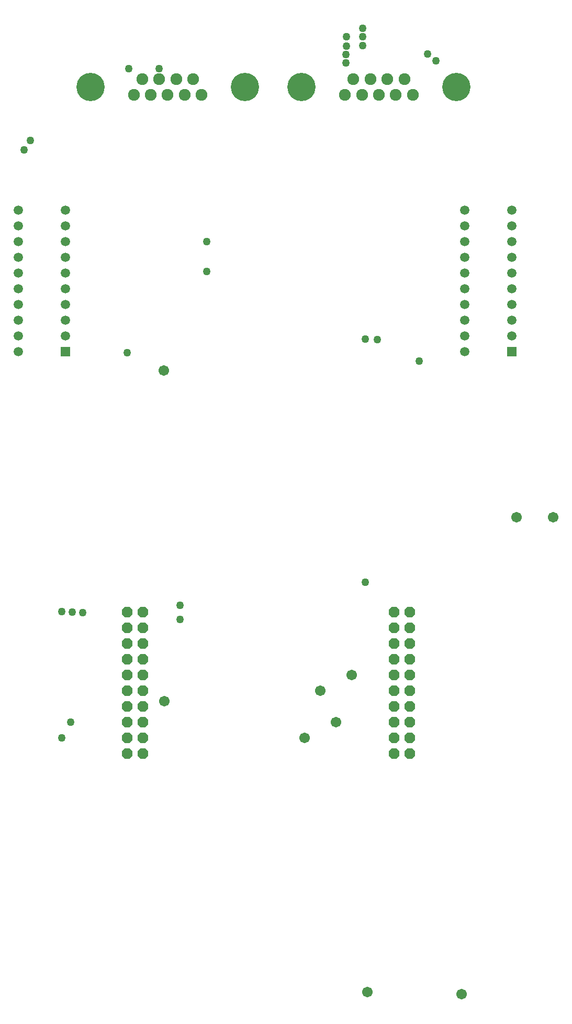
<source format=gbr>
G04 EAGLE Gerber RS-274X export*
G75*
%MOMM*%
%FSLAX34Y34*%
%LPD*%
%INSoldermask Bottom*%
%IPPOS*%
%AMOC8*
5,1,8,0,0,1.08239X$1,22.5*%
G01*
%ADD10P,1.852186X8X292.500000*%
%ADD11R,1.498600X1.498600*%
%ADD12C,1.498600*%
%ADD13C,1.917700*%
%ADD14C,4.572000*%
%ADD15C,1.259600*%
%ADD16C,1.703200*%


D10*
X-234950Y-41910D03*
X-260350Y-41910D03*
X-234950Y-67310D03*
X-260350Y-67310D03*
X-234950Y-92710D03*
X-260350Y-92710D03*
X-234950Y-118110D03*
X-260350Y-118110D03*
X-234950Y-143510D03*
X-260350Y-143510D03*
X-234950Y-168910D03*
X-260350Y-168910D03*
X-234950Y-194310D03*
X-260350Y-194310D03*
X-234950Y-219710D03*
X-260350Y-219710D03*
X-234950Y-245110D03*
X-260350Y-245110D03*
X-234950Y-270510D03*
X-260350Y-270510D03*
X196850Y-41910D03*
X171450Y-41910D03*
X196850Y-67310D03*
X171450Y-67310D03*
X196850Y-92710D03*
X171450Y-92710D03*
X196850Y-118110D03*
X171450Y-118110D03*
X196850Y-143510D03*
X171450Y-143510D03*
X196850Y-168910D03*
X171450Y-168910D03*
X196850Y-194310D03*
X171450Y-194310D03*
X196850Y-219710D03*
X171450Y-219710D03*
X196850Y-245110D03*
X171450Y-245110D03*
X196850Y-270510D03*
X171450Y-270510D03*
D11*
X-360363Y379095D03*
D12*
X-360363Y404495D03*
X-360363Y429895D03*
X-360363Y455295D03*
X-360363Y480695D03*
X-360363Y506095D03*
X-360363Y531495D03*
X-360363Y556895D03*
X-360363Y582295D03*
X-360363Y607695D03*
X-436563Y607695D03*
X-436563Y582295D03*
X-436563Y556895D03*
X-436563Y531495D03*
X-436563Y506095D03*
X-436563Y480695D03*
X-436563Y455295D03*
X-436563Y429895D03*
X-436563Y404495D03*
X-436563Y379095D03*
D11*
X362268Y379095D03*
D12*
X362268Y404495D03*
X362268Y429895D03*
X362268Y455295D03*
X362268Y480695D03*
X362268Y506095D03*
X362268Y531495D03*
X362268Y556895D03*
X362268Y582295D03*
X362268Y607695D03*
X286068Y607695D03*
X286068Y582295D03*
X286068Y556895D03*
X286068Y531495D03*
X286068Y506095D03*
X286068Y480695D03*
X286068Y455295D03*
X286068Y429895D03*
X286068Y404495D03*
X286068Y379095D03*
D13*
X201676Y794170D03*
X187960Y819570D03*
X174244Y794170D03*
X160528Y819570D03*
X146812Y794170D03*
X133096Y819570D03*
X119380Y794170D03*
X105664Y819570D03*
X92202Y794170D03*
D14*
X271780Y806870D03*
X21844Y806870D03*
D13*
X-140018Y794043D03*
X-153734Y819443D03*
X-167450Y794043D03*
X-181166Y819443D03*
X-194882Y794043D03*
X-208598Y819443D03*
X-222314Y794043D03*
X-236030Y819443D03*
X-249492Y794043D03*
D14*
X-69914Y806743D03*
X-319850Y806743D03*
D15*
X-260350Y377508D03*
X211773Y363855D03*
D16*
X280670Y-659130D03*
X-200978Y348615D03*
X-200660Y-185420D03*
D15*
X-349250Y-41275D03*
X-351790Y-219710D03*
X-366395Y-40958D03*
X-366395Y-245110D03*
X-332423Y-42228D03*
X-131763Y508635D03*
X-131763Y556895D03*
X144145Y398780D03*
X125095Y6350D03*
X124778Y399415D03*
D16*
X26670Y-245110D03*
X52070Y-168910D03*
X77724Y-219710D03*
X102870Y-143510D03*
X369570Y111443D03*
X428625Y111760D03*
X128270Y-655320D03*
D15*
X-174562Y-30798D03*
X-174625Y-53023D03*
X-427038Y705485D03*
X-416878Y720090D03*
X-208598Y836295D03*
X-257493Y836295D03*
X93853Y859409D03*
X93917Y846011D03*
X239332Y848868D03*
X225362Y860362D03*
X120968Y873760D03*
X94298Y873125D03*
X120968Y887730D03*
X94298Y887730D03*
X120968Y901700D03*
M02*

</source>
